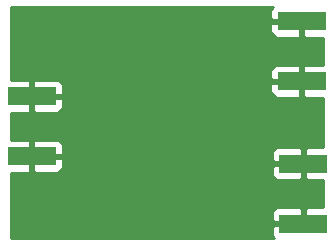
<source format=gbl>
G04 #@! TF.GenerationSoftware,KiCad,Pcbnew,5.0.1*
G04 #@! TF.CreationDate,2018-12-27T15:20:24+01:00*
G04 #@! TF.ProjectId,DiscreteWilkinsonSplitter,446973637265746557696C6B696E736F,rev?*
G04 #@! TF.SameCoordinates,Original*
G04 #@! TF.FileFunction,Copper,L2,Bot,Signal*
G04 #@! TF.FilePolarity,Positive*
%FSLAX46Y46*%
G04 Gerber Fmt 4.6, Leading zero omitted, Abs format (unit mm)*
G04 Created by KiCad (PCBNEW 5.0.1) date Do 27 Dez 2018 15:20:24 CET*
%MOMM*%
%LPD*%
G01*
G04 APERTURE LIST*
G04 #@! TA.AperFunction,SMDPad,CuDef*
%ADD10R,4.064000X1.524000*%
G04 #@! TD*
G04 #@! TA.AperFunction,ViaPad*
%ADD11C,0.609600*%
G04 #@! TD*
G04 #@! TA.AperFunction,Conductor*
%ADD12C,0.254000*%
G04 #@! TD*
G04 APERTURE END LIST*
D10*
G04 #@! TO.P,J1,2*
G04 #@! TO.N,GND*
X122555000Y-89535000D03*
X122555000Y-84455000D03*
G04 #@! TD*
G04 #@! TO.P,J2,2*
G04 #@! TO.N,GND*
X145415000Y-83185000D03*
X145415000Y-78105000D03*
G04 #@! TD*
G04 #@! TO.P,J3,2*
G04 #@! TO.N,GND*
X145542000Y-90170000D03*
X145542000Y-95250000D03*
G04 #@! TD*
D11*
G04 #@! TO.N,GND*
X127000000Y-83820000D03*
X133350000Y-86995000D03*
X130810000Y-80645000D03*
X132080000Y-80645000D03*
X133350000Y-80645000D03*
X134620000Y-80645000D03*
X135890000Y-80645000D03*
X134620000Y-86995000D03*
X134620000Y-85725000D03*
X133350000Y-85725000D03*
X132080000Y-86360000D03*
X133350000Y-88265000D03*
X134620000Y-88265000D03*
X137795000Y-94615000D03*
X136525000Y-94615000D03*
X135255000Y-94615000D03*
X133985000Y-94615000D03*
X132715000Y-93345000D03*
X131445000Y-93345000D03*
X130175000Y-93345000D03*
X128905000Y-92710000D03*
X127635000Y-92075000D03*
X126365000Y-92075000D03*
X125095000Y-92075000D03*
X123825000Y-92075000D03*
X122555000Y-82550000D03*
X123825000Y-82550000D03*
X125095000Y-82550000D03*
X126365000Y-82550000D03*
X127635000Y-82550000D03*
X128905000Y-81280000D03*
X137795000Y-80645000D03*
X139065000Y-79375000D03*
X140335000Y-78105000D03*
X141605000Y-78105000D03*
X139700000Y-94615000D03*
X140970000Y-95250000D03*
X142240000Y-95250000D03*
X143510000Y-85725000D03*
X143510000Y-87630000D03*
X146050000Y-87630000D03*
X146050000Y-85725000D03*
G04 #@! TD*
D12*
G04 #@! TO.N,GND*
G36*
X142844673Y-76983301D02*
X142748000Y-77216690D01*
X142748000Y-77819250D01*
X142906750Y-77978000D01*
X145288000Y-77978000D01*
X145288000Y-77958000D01*
X145542000Y-77958000D01*
X145542000Y-77978000D01*
X145562000Y-77978000D01*
X145562000Y-78232000D01*
X145542000Y-78232000D01*
X145542000Y-79343250D01*
X145700750Y-79502000D01*
X147193000Y-79502000D01*
X147193000Y-81788000D01*
X145700750Y-81788000D01*
X145542000Y-81946750D01*
X145542000Y-83058000D01*
X145562000Y-83058000D01*
X145562000Y-83312000D01*
X145542000Y-83312000D01*
X145542000Y-84423250D01*
X145700750Y-84582000D01*
X147193000Y-84582000D01*
X147193000Y-88773000D01*
X145827750Y-88773000D01*
X145669000Y-88931750D01*
X145669000Y-90043000D01*
X145689000Y-90043000D01*
X145689000Y-90297000D01*
X145669000Y-90297000D01*
X145669000Y-91408250D01*
X145827750Y-91567000D01*
X147193000Y-91567000D01*
X147193000Y-93853000D01*
X145827750Y-93853000D01*
X145669000Y-94011750D01*
X145669000Y-95123000D01*
X145689000Y-95123000D01*
X145689000Y-95377000D01*
X145669000Y-95377000D01*
X145669000Y-95397000D01*
X145415000Y-95397000D01*
X145415000Y-95377000D01*
X143033750Y-95377000D01*
X142875000Y-95535750D01*
X142875000Y-96138310D01*
X142971673Y-96371699D01*
X143044974Y-96445000D01*
X120777000Y-96445000D01*
X120777000Y-94361690D01*
X142875000Y-94361690D01*
X142875000Y-94964250D01*
X143033750Y-95123000D01*
X145415000Y-95123000D01*
X145415000Y-94011750D01*
X145256250Y-93853000D01*
X143383691Y-93853000D01*
X143150302Y-93949673D01*
X142971673Y-94128301D01*
X142875000Y-94361690D01*
X120777000Y-94361690D01*
X120777000Y-90932000D01*
X122269250Y-90932000D01*
X122428000Y-90773250D01*
X122428000Y-89662000D01*
X122682000Y-89662000D01*
X122682000Y-90773250D01*
X122840750Y-90932000D01*
X124713309Y-90932000D01*
X124946698Y-90835327D01*
X125125327Y-90656699D01*
X125208562Y-90455750D01*
X142875000Y-90455750D01*
X142875000Y-91058310D01*
X142971673Y-91291699D01*
X143150302Y-91470327D01*
X143383691Y-91567000D01*
X145256250Y-91567000D01*
X145415000Y-91408250D01*
X145415000Y-90297000D01*
X143033750Y-90297000D01*
X142875000Y-90455750D01*
X125208562Y-90455750D01*
X125222000Y-90423310D01*
X125222000Y-89820750D01*
X125063250Y-89662000D01*
X122682000Y-89662000D01*
X122428000Y-89662000D01*
X122408000Y-89662000D01*
X122408000Y-89408000D01*
X122428000Y-89408000D01*
X122428000Y-88296750D01*
X122682000Y-88296750D01*
X122682000Y-89408000D01*
X125063250Y-89408000D01*
X125189560Y-89281690D01*
X142875000Y-89281690D01*
X142875000Y-89884250D01*
X143033750Y-90043000D01*
X145415000Y-90043000D01*
X145415000Y-88931750D01*
X145256250Y-88773000D01*
X143383691Y-88773000D01*
X143150302Y-88869673D01*
X142971673Y-89048301D01*
X142875000Y-89281690D01*
X125189560Y-89281690D01*
X125222000Y-89249250D01*
X125222000Y-88646690D01*
X125125327Y-88413301D01*
X124946698Y-88234673D01*
X124713309Y-88138000D01*
X122840750Y-88138000D01*
X122682000Y-88296750D01*
X122428000Y-88296750D01*
X122269250Y-88138000D01*
X120777000Y-88138000D01*
X120777000Y-85852000D01*
X122269250Y-85852000D01*
X122428000Y-85693250D01*
X122428000Y-84582000D01*
X122682000Y-84582000D01*
X122682000Y-85693250D01*
X122840750Y-85852000D01*
X124713309Y-85852000D01*
X124946698Y-85755327D01*
X125125327Y-85576699D01*
X125222000Y-85343310D01*
X125222000Y-84740750D01*
X125063250Y-84582000D01*
X122682000Y-84582000D01*
X122428000Y-84582000D01*
X122408000Y-84582000D01*
X122408000Y-84328000D01*
X122428000Y-84328000D01*
X122428000Y-83216750D01*
X122682000Y-83216750D01*
X122682000Y-84328000D01*
X125063250Y-84328000D01*
X125222000Y-84169250D01*
X125222000Y-83566690D01*
X125182261Y-83470750D01*
X142748000Y-83470750D01*
X142748000Y-84073310D01*
X142844673Y-84306699D01*
X143023302Y-84485327D01*
X143256691Y-84582000D01*
X145129250Y-84582000D01*
X145288000Y-84423250D01*
X145288000Y-83312000D01*
X142906750Y-83312000D01*
X142748000Y-83470750D01*
X125182261Y-83470750D01*
X125125327Y-83333301D01*
X124946698Y-83154673D01*
X124713309Y-83058000D01*
X122840750Y-83058000D01*
X122682000Y-83216750D01*
X122428000Y-83216750D01*
X122269250Y-83058000D01*
X120777000Y-83058000D01*
X120777000Y-82296690D01*
X142748000Y-82296690D01*
X142748000Y-82899250D01*
X142906750Y-83058000D01*
X145288000Y-83058000D01*
X145288000Y-81946750D01*
X145129250Y-81788000D01*
X143256691Y-81788000D01*
X143023302Y-81884673D01*
X142844673Y-82063301D01*
X142748000Y-82296690D01*
X120777000Y-82296690D01*
X120777000Y-78390750D01*
X142748000Y-78390750D01*
X142748000Y-78993310D01*
X142844673Y-79226699D01*
X143023302Y-79405327D01*
X143256691Y-79502000D01*
X145129250Y-79502000D01*
X145288000Y-79343250D01*
X145288000Y-78232000D01*
X142906750Y-78232000D01*
X142748000Y-78390750D01*
X120777000Y-78390750D01*
X120777000Y-76910000D01*
X142917974Y-76910000D01*
X142844673Y-76983301D01*
X142844673Y-76983301D01*
G37*
X142844673Y-76983301D02*
X142748000Y-77216690D01*
X142748000Y-77819250D01*
X142906750Y-77978000D01*
X145288000Y-77978000D01*
X145288000Y-77958000D01*
X145542000Y-77958000D01*
X145542000Y-77978000D01*
X145562000Y-77978000D01*
X145562000Y-78232000D01*
X145542000Y-78232000D01*
X145542000Y-79343250D01*
X145700750Y-79502000D01*
X147193000Y-79502000D01*
X147193000Y-81788000D01*
X145700750Y-81788000D01*
X145542000Y-81946750D01*
X145542000Y-83058000D01*
X145562000Y-83058000D01*
X145562000Y-83312000D01*
X145542000Y-83312000D01*
X145542000Y-84423250D01*
X145700750Y-84582000D01*
X147193000Y-84582000D01*
X147193000Y-88773000D01*
X145827750Y-88773000D01*
X145669000Y-88931750D01*
X145669000Y-90043000D01*
X145689000Y-90043000D01*
X145689000Y-90297000D01*
X145669000Y-90297000D01*
X145669000Y-91408250D01*
X145827750Y-91567000D01*
X147193000Y-91567000D01*
X147193000Y-93853000D01*
X145827750Y-93853000D01*
X145669000Y-94011750D01*
X145669000Y-95123000D01*
X145689000Y-95123000D01*
X145689000Y-95377000D01*
X145669000Y-95377000D01*
X145669000Y-95397000D01*
X145415000Y-95397000D01*
X145415000Y-95377000D01*
X143033750Y-95377000D01*
X142875000Y-95535750D01*
X142875000Y-96138310D01*
X142971673Y-96371699D01*
X143044974Y-96445000D01*
X120777000Y-96445000D01*
X120777000Y-94361690D01*
X142875000Y-94361690D01*
X142875000Y-94964250D01*
X143033750Y-95123000D01*
X145415000Y-95123000D01*
X145415000Y-94011750D01*
X145256250Y-93853000D01*
X143383691Y-93853000D01*
X143150302Y-93949673D01*
X142971673Y-94128301D01*
X142875000Y-94361690D01*
X120777000Y-94361690D01*
X120777000Y-90932000D01*
X122269250Y-90932000D01*
X122428000Y-90773250D01*
X122428000Y-89662000D01*
X122682000Y-89662000D01*
X122682000Y-90773250D01*
X122840750Y-90932000D01*
X124713309Y-90932000D01*
X124946698Y-90835327D01*
X125125327Y-90656699D01*
X125208562Y-90455750D01*
X142875000Y-90455750D01*
X142875000Y-91058310D01*
X142971673Y-91291699D01*
X143150302Y-91470327D01*
X143383691Y-91567000D01*
X145256250Y-91567000D01*
X145415000Y-91408250D01*
X145415000Y-90297000D01*
X143033750Y-90297000D01*
X142875000Y-90455750D01*
X125208562Y-90455750D01*
X125222000Y-90423310D01*
X125222000Y-89820750D01*
X125063250Y-89662000D01*
X122682000Y-89662000D01*
X122428000Y-89662000D01*
X122408000Y-89662000D01*
X122408000Y-89408000D01*
X122428000Y-89408000D01*
X122428000Y-88296750D01*
X122682000Y-88296750D01*
X122682000Y-89408000D01*
X125063250Y-89408000D01*
X125189560Y-89281690D01*
X142875000Y-89281690D01*
X142875000Y-89884250D01*
X143033750Y-90043000D01*
X145415000Y-90043000D01*
X145415000Y-88931750D01*
X145256250Y-88773000D01*
X143383691Y-88773000D01*
X143150302Y-88869673D01*
X142971673Y-89048301D01*
X142875000Y-89281690D01*
X125189560Y-89281690D01*
X125222000Y-89249250D01*
X125222000Y-88646690D01*
X125125327Y-88413301D01*
X124946698Y-88234673D01*
X124713309Y-88138000D01*
X122840750Y-88138000D01*
X122682000Y-88296750D01*
X122428000Y-88296750D01*
X122269250Y-88138000D01*
X120777000Y-88138000D01*
X120777000Y-85852000D01*
X122269250Y-85852000D01*
X122428000Y-85693250D01*
X122428000Y-84582000D01*
X122682000Y-84582000D01*
X122682000Y-85693250D01*
X122840750Y-85852000D01*
X124713309Y-85852000D01*
X124946698Y-85755327D01*
X125125327Y-85576699D01*
X125222000Y-85343310D01*
X125222000Y-84740750D01*
X125063250Y-84582000D01*
X122682000Y-84582000D01*
X122428000Y-84582000D01*
X122408000Y-84582000D01*
X122408000Y-84328000D01*
X122428000Y-84328000D01*
X122428000Y-83216750D01*
X122682000Y-83216750D01*
X122682000Y-84328000D01*
X125063250Y-84328000D01*
X125222000Y-84169250D01*
X125222000Y-83566690D01*
X125182261Y-83470750D01*
X142748000Y-83470750D01*
X142748000Y-84073310D01*
X142844673Y-84306699D01*
X143023302Y-84485327D01*
X143256691Y-84582000D01*
X145129250Y-84582000D01*
X145288000Y-84423250D01*
X145288000Y-83312000D01*
X142906750Y-83312000D01*
X142748000Y-83470750D01*
X125182261Y-83470750D01*
X125125327Y-83333301D01*
X124946698Y-83154673D01*
X124713309Y-83058000D01*
X122840750Y-83058000D01*
X122682000Y-83216750D01*
X122428000Y-83216750D01*
X122269250Y-83058000D01*
X120777000Y-83058000D01*
X120777000Y-82296690D01*
X142748000Y-82296690D01*
X142748000Y-82899250D01*
X142906750Y-83058000D01*
X145288000Y-83058000D01*
X145288000Y-81946750D01*
X145129250Y-81788000D01*
X143256691Y-81788000D01*
X143023302Y-81884673D01*
X142844673Y-82063301D01*
X142748000Y-82296690D01*
X120777000Y-82296690D01*
X120777000Y-78390750D01*
X142748000Y-78390750D01*
X142748000Y-78993310D01*
X142844673Y-79226699D01*
X143023302Y-79405327D01*
X143256691Y-79502000D01*
X145129250Y-79502000D01*
X145288000Y-79343250D01*
X145288000Y-78232000D01*
X142906750Y-78232000D01*
X142748000Y-78390750D01*
X120777000Y-78390750D01*
X120777000Y-76910000D01*
X142917974Y-76910000D01*
X142844673Y-76983301D01*
G04 #@! TD*
M02*

</source>
